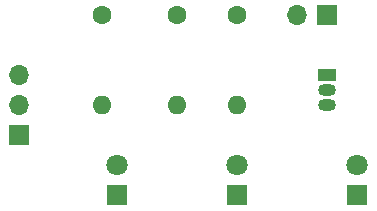
<source format=gbr>
%TF.GenerationSoftware,KiCad,Pcbnew,(6.0.4)*%
%TF.CreationDate,2022-04-19T13:15:10+02:00*%
%TF.ProjectId,light_gate,6c696768-745f-4676-9174-652e6b696361,rev?*%
%TF.SameCoordinates,Original*%
%TF.FileFunction,Copper,L1,Top*%
%TF.FilePolarity,Positive*%
%FSLAX46Y46*%
G04 Gerber Fmt 4.6, Leading zero omitted, Abs format (unit mm)*
G04 Created by KiCad (PCBNEW (6.0.4)) date 2022-04-19 13:15:10*
%MOMM*%
%LPD*%
G01*
G04 APERTURE LIST*
%TA.AperFunction,ComponentPad*%
%ADD10C,1.600000*%
%TD*%
%TA.AperFunction,ComponentPad*%
%ADD11O,1.600000X1.600000*%
%TD*%
%TA.AperFunction,ComponentPad*%
%ADD12R,1.800000X1.800000*%
%TD*%
%TA.AperFunction,ComponentPad*%
%ADD13C,1.800000*%
%TD*%
%TA.AperFunction,ComponentPad*%
%ADD14R,1.700000X1.700000*%
%TD*%
%TA.AperFunction,ComponentPad*%
%ADD15O,1.700000X1.700000*%
%TD*%
%TA.AperFunction,ComponentPad*%
%ADD16R,1.500000X1.050000*%
%TD*%
%TA.AperFunction,ComponentPad*%
%ADD17O,1.500000X1.050000*%
%TD*%
G04 APERTURE END LIST*
D10*
%TO.P,R1,1*%
%TO.N,Net-(J1-Pad3)*%
X125730000Y-93980000D03*
D11*
%TO.P,R1,2*%
%TO.N,Net-(D1-Pad2)*%
X125730000Y-101600000D03*
%TD*%
D12*
%TO.P,D1,1,K*%
%TO.N,Net-(D1-Pad1)*%
X127000000Y-109220000D03*
D13*
%TO.P,D1,2,A*%
%TO.N,Net-(D1-Pad2)*%
X127000000Y-106680000D03*
%TD*%
D14*
%TO.P,J1,1,Pin_1*%
%TO.N,Net-(D1-Pad1)*%
X118675000Y-104125000D03*
D15*
%TO.P,J1,2,Pin_2*%
%TO.N,Net-(D2-Pad2)*%
X118675000Y-101585000D03*
%TO.P,J1,3,Pin_3*%
%TO.N,Net-(J1-Pad3)*%
X118675000Y-99045000D03*
%TD*%
D10*
%TO.P,R2,1*%
%TO.N,Net-(J1-Pad3)*%
X132080000Y-93980000D03*
D11*
%TO.P,R2,2*%
%TO.N,Net-(D2-Pad2)*%
X132080000Y-101600000D03*
%TD*%
D14*
%TO.P,J2,1,Pin_1*%
%TO.N,Net-(D1-Pad1)*%
X144780000Y-93980000D03*
D15*
%TO.P,J2,2,Pin_2*%
%TO.N,Net-(J1-Pad3)*%
X142240000Y-93980000D03*
%TD*%
D16*
%TO.P,Q1,1,C*%
%TO.N,Net-(Q1-Pad1)*%
X144780000Y-99060000D03*
D17*
%TO.P,Q1,2,B*%
%TO.N,Net-(D2-Pad2)*%
X144780000Y-100330000D03*
%TO.P,Q1,3,E*%
%TO.N,Net-(D3-Pad2)*%
X144780000Y-101600000D03*
%TD*%
D12*
%TO.P,D2,1,K*%
%TO.N,Net-(D1-Pad1)*%
X137160000Y-109220000D03*
D13*
%TO.P,D2,2,A*%
%TO.N,Net-(D2-Pad2)*%
X137160000Y-106680000D03*
%TD*%
D12*
%TO.P,D3,1,K*%
%TO.N,Net-(D1-Pad1)*%
X147320000Y-109220000D03*
D13*
%TO.P,D3,2,A*%
%TO.N,Net-(D3-Pad2)*%
X147320000Y-106680000D03*
%TD*%
D10*
%TO.P,R3,1*%
%TO.N,Net-(J1-Pad3)*%
X137160000Y-93980000D03*
D11*
%TO.P,R3,2*%
%TO.N,Net-(Q1-Pad1)*%
X137160000Y-101600000D03*
%TD*%
M02*

</source>
